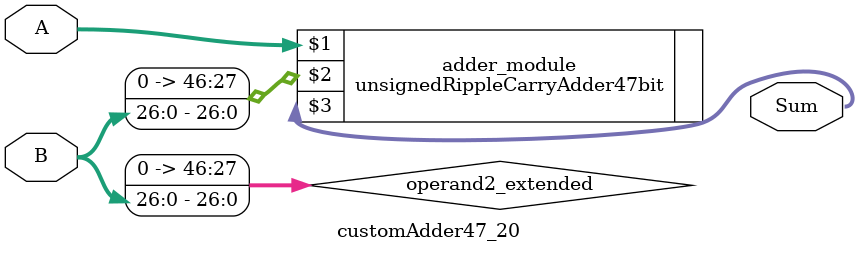
<source format=v>
module customAdder47_20(
                        input [46 : 0] A,
                        input [26 : 0] B,
                        
                        output [47 : 0] Sum
                );

        wire [46 : 0] operand2_extended;
        
        assign operand2_extended =  {20'b0, B};
        
        unsignedRippleCarryAdder47bit adder_module(
            A,
            operand2_extended,
            Sum
        );
        
        endmodule
        
</source>
